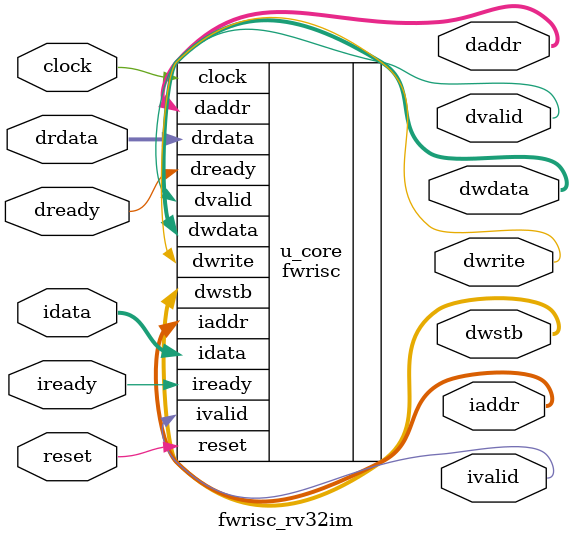
<source format=sv>
/****************************************************************************
 * fwrisc_rv32im.sv
 ****************************************************************************/

/**
 * Module: fwrisc_rv32im
 * 
 * TODO: Add module documentation
 */
module fwrisc_rv32im(
		input			clock,
		input			reset,
		
		output[31:0]	iaddr,
		input[31:0]		idata,
		output			ivalid,
		input			iready,
		
		output			dvalid,
		output[31:0]	daddr,
		output[31:0]	dwdata,
		output[3:0]		dwstb,
		output			dwrite,
		input[31:0]		drdata,
		input			dready
		);

	fwrisc #(
			.ENABLE_COMPRESSED  (0), 
			.ENABLE_MUL_DIV     (1), 
			.ENABLE_DEP         (0), 
			.ENABLE_COUNTERS    (1)
		) u_core (
			.clock              (clock             ), 
			.reset              (reset             ), 
			.iaddr              (iaddr             ), 
			.idata              (idata             ), 
			.ivalid             (ivalid            ), 
			.iready             (iready            ), 
			.dvalid             (dvalid            ), 
			.daddr              (daddr             ), 
			.dwdata             (dwdata            ), 
			.dwstb              (dwstb             ), 
			.dwrite             (dwrite            ), 
			.drdata             (drdata            ), 
			.dready             (dready            ));

endmodule



</source>
